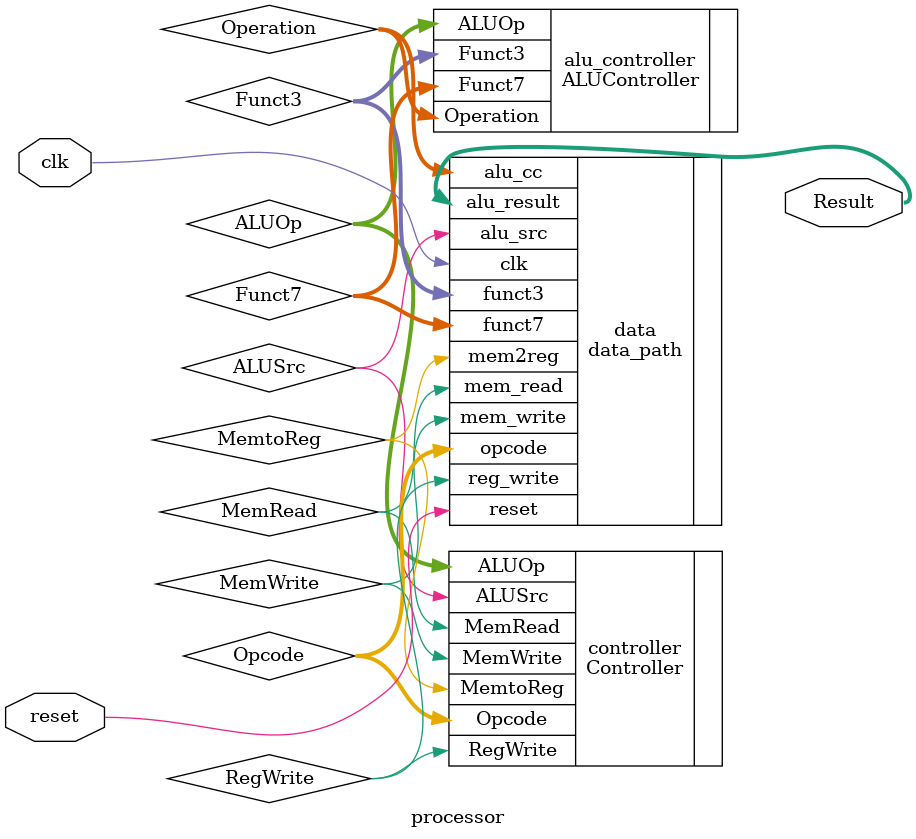
<source format=v>
`timescale 1ns / 1ps
module processor
    (
    input clk, reset,
    output [31:0] Result
    );
    wire [6:0] Funct7;
    wire [3:0] Funct3;
    wire [6:0] Opcode;
    wire RegWrite;
    wire ALUSrc;
    wire MemRead;
    wire MemWrite;
    wire MemtoReg;
    wire [1:0] ALUOp;
    wire [3:0] Operation;

    Controller controller
    (
        .Opcode(Opcode),
        .ALUSrc(ALUSrc), 
        .MemtoReg(MemtoReg), 
        .RegWrite(RegWrite), 
        .MemRead(MemRead), 
        .MemWrite(MemWrite),
        .ALUOp(ALUOp)
    );
    
    ALUController alu_controller
    (
        .ALUOp(ALUOp), 
        .Funct7(Funct7), 
        .Funct3(Funct3), 
        .Operation(Operation)
    );
    
    data_path data
    (
        .clk(clk),
        .reset(reset),
        .reg_write(RegWrite),
        .mem2reg(MemtoReg),
        .alu_src(ALUSrc),
        .mem_write(MemWrite),
        .mem_read(MemRead),
        .alu_cc(Operation),
        .opcode(Opcode),
        .funct7(Funct7),
        .funct3(Funct3),
        .alu_result(Result)
    );
endmodule

</source>
